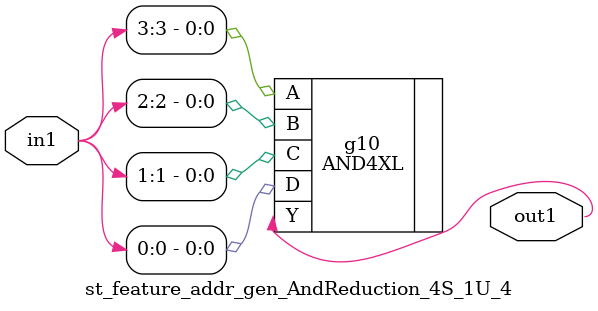
<source format=v>
`timescale 1ps / 1ps


module st_feature_addr_gen_AndReduction_4S_1U_4(in1, out1);
  input [3:0] in1;
  output out1;
  wire [3:0] in1;
  wire out1;
  AND4XL g10(.A (in1[3]), .B (in1[2]), .C (in1[1]), .D (in1[0]), .Y
       (out1));
endmodule



</source>
